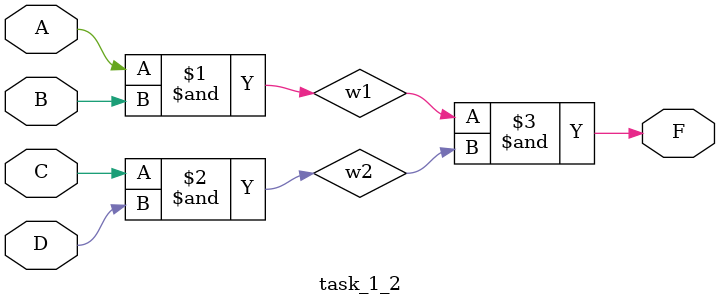
<source format=v>
module task_1_2(A, B, C, D, F);
   
   output F;
   input  A, B, C, D;
   wire   w1, w2;

   and G1(w1, A, B);
   and G2(w2, C, D);
   and G3(F, w1, w2);

  endmodule
</source>
